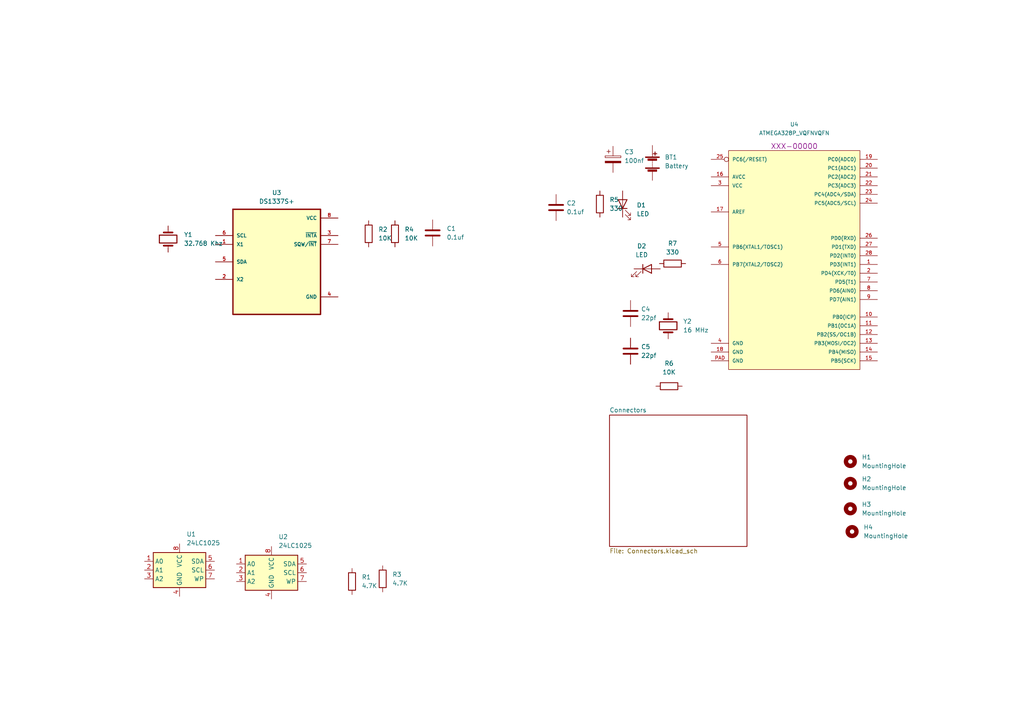
<source format=kicad_sch>
(kicad_sch (version 20211123) (generator eeschema)
  (paper "A4")
  (title_block (title "&(project_name)") (date "2022-07-29") (rev "1"))
  (lib_symbols
    (symbol "DS1337S_:DS1337S+" (pin_names (offset 1.016))
      (property "Reference" "U" (at -12.7 16.2306 0))
      (property "Value" "DS1337S+" (at -12.7 -19.2278 0))
      (symbol "DS1337S+_0_0"
        (rectangle (start -12.7 -15.24) (end 12.7 15.24) (stroke (width 0.4064)) (fill (type background)))
        (pin input line (at -17.78 5.08 0) (length 5.08) (name "X1") (number "1"))
        (pin bidirectional line (at -17.78 -5.08 0) (length 5.08) (name "X2") (number "2"))
        (pin output line (at 17.78 7.62 180) (length 5.08) (name "~{INTA}") (number "3"))
        (pin power_in line (at 17.78 -10.16 180) (length 5.08) (name "GND") (number "4"))
        (pin bidirectional line (at -17.78 0 0) (length 5.08) (name "SDA") (number "5"))
        (pin input line (at -17.78 7.62 0) (length 5.08) (name "SCL") (number "6"))
        (pin output line (at 17.78 5.08 180) (length 5.08) (name "SQW/~{INT}") (number "7"))
        (pin power_in line (at 17.78 12.7 180) (length 5.08) (name "VCC") (number "8"))
      )
    )
    (symbol "Device:Battery" (pin_numbers hide) (pin_names (offset 0) hide)
      (property "Reference" "BT" (at 2.54 2.54 0))
      (property "Value" "Battery" (at 2.54 0 0))
      (symbol "Battery_0_1"
        (rectangle (start -2.032 -1.397) (end 2.032 -1.651) (fill (type outline)))
        (rectangle (start -2.032 1.778) (end 2.032 1.524) (fill (type outline)))
        (rectangle (start -1.3208 -1.9812) (end 1.27 -2.4892) (fill (type outline)))
        (rectangle (start -1.3208 1.1938) (end 1.27 0.6858) (fill (type outline)))
        (polyline (pts (xy 0 -1.524) (xy 0 -1.27)))
        (polyline (pts (xy 0 -1.016) (xy 0 -0.762)))
        (polyline (pts (xy 0 -0.508) (xy 0 -0.254)))
        (polyline (pts (xy 0 0) (xy 0 0.254)))
        (polyline (pts (xy 0 0.508) (xy 0 0.762)))
        (polyline (pts (xy 0 1.778) (xy 0 2.54)))
        (polyline (pts (xy 0.254 2.667) (xy 1.27 2.667)) (stroke (width 0.254)))
        (polyline (pts (xy 0.762 3.175) (xy 0.762 2.159)) (stroke (width 0.254)))
      )
      (symbol "Battery_1_1"
        (pin passive line (at 0 5.08 270) (length 2.54) (name "+") (number "1"))
        (pin passive line (at 0 -5.08 90) (length 2.54) (name "-") (number "2"))
      )
    )
    (symbol "Device:C" (pin_numbers hide) (pin_names (offset 0.254))
      (property "Reference" "C" (at 0.635 2.54 0))
      (property "Value" "C" (at 0.635 -2.54 0))
      (symbol "C_0_1"
        (polyline (pts (xy -2.032 -0.762) (xy 2.032 -0.762)) (stroke (width 0.508)))
        (polyline (pts (xy -2.032 0.762) (xy 2.032 0.762)) (stroke (width 0.508)))
      )
      (symbol "C_1_1"
        (pin passive line (at 0 3.81 270) (length 2.794) (name "~") (number "1"))
        (pin passive line (at 0 -3.81 90) (length 2.794) (name "~") (number "2"))
      )
    )
    (symbol "Device:C_Polarized" (pin_numbers hide) (pin_names (offset 0.254))
      (property "Reference" "C" (at 0.635 2.54 0))
      (property "Value" "C_Polarized" (at 0.635 -2.54 0))
      (symbol "C_Polarized_0_1"
        (rectangle (start -2.286 0.508) (end 2.286 1.016))
        (polyline (pts (xy -1.778 2.286) (xy -0.762 2.286)))
        (polyline (pts (xy -1.27 2.794) (xy -1.27 1.778)))
        (rectangle (start 2.286 -0.508) (end -2.286 -1.016) (fill (type outline)))
      )
      (symbol "C_Polarized_1_1"
        (pin passive line (at 0 3.81 270) (length 2.794) (name "~") (number "1"))
        (pin passive line (at 0 -3.81 90) (length 2.794) (name "~") (number "2"))
      )
    )
    (symbol "Device:Crystal" (pin_numbers hide) (pin_names (offset 1.016) hide)
      (property "Reference" "Y" (at 0 3.81 0))
      (property "Value" "Crystal" (at 0 -3.81 0))
      (symbol "Crystal_0_1"
        (rectangle (start -1.143 2.54) (end 1.143 -2.54) (stroke (width 0.3048)))
        (polyline (pts (xy -2.54 0) (xy -1.905 0)))
        (polyline (pts (xy -1.905 -1.27) (xy -1.905 1.27)) (stroke (width 0.508)))
        (polyline (pts (xy 1.905 -1.27) (xy 1.905 1.27)) (stroke (width 0.508)))
        (polyline (pts (xy 2.54 0) (xy 1.905 0)))
      )
      (symbol "Crystal_1_1"
        (pin passive line (at -3.81 0 0) (length 1.27) (name "1") (number "1"))
        (pin passive line (at 3.81 0 180) (length 1.27) (name "2") (number "2"))
      )
    )
    (symbol "Device:LED" (pin_numbers hide) (pin_names (offset 1.016) hide)
      (property "Reference" "D" (at 0 2.54 0))
      (property "Value" "LED" (at 0 -2.54 0))
      (symbol "LED_0_1"
        (polyline (pts (xy -1.27 -1.27) (xy -1.27 1.27)) (stroke (width 0.254)))
        (polyline (pts (xy -1.27 0) (xy 1.27 0)))
        (polyline (pts (xy 1.27 -1.27) (xy 1.27 1.27) (xy -1.27 0) (xy 1.27 -1.27)) (stroke (width 0.254)))
        (polyline (pts (xy -3.048 -0.762) (xy -4.572 -2.286) (xy -3.81 -2.286) (xy -4.572 -2.286) (xy -4.572 -1.524)))
        (polyline (pts (xy -1.778 -0.762) (xy -3.302 -2.286) (xy -2.54 -2.286) (xy -3.302 -2.286) (xy -3.302 -1.524)))
      )
      (symbol "LED_1_1"
        (pin passive line (at -3.81 0 0) (length 2.54) (name "K") (number "1"))
        (pin passive line (at 3.81 0 180) (length 2.54) (name "A") (number "2"))
      )
    )
    (symbol "Device:R" (pin_numbers hide) (pin_names (offset 0))
      (property "Reference" "R" (at 2.032 0 90))
      (property "Value" "R" (at 0 0 90))
      (symbol "R_0_1"
        (rectangle (start -1.016 -2.54) (end 1.016 2.54) (stroke (width 0.254)))
      )
      (symbol "R_1_1"
        (pin passive line (at 0 3.81 270) (length 1.27) (name "~") (number "1"))
        (pin passive line (at 0 -3.81 90) (length 1.27) (name "~") (number "2"))
      )
    )
    (symbol "Mechanical:MountingHole" (pin_names (offset 1.016))
      (property "Reference" "H" (at 0 5.08 0))
      (property "Value" "MountingHole" (at 0 3.175 0))
      (symbol "MountingHole_0_1"
        (circle (center 0 0) (radius 1.27) (stroke (width 1.27)))
      )
    )
    (symbol "Memory_EEPROM:24LC1025"
      (property "Reference" "U" (at -6.35 6.35 0))
      (property "Value" "24LC1025" (at 1.27 6.35 0))
      (symbol "24LC1025_1_1"
        (rectangle (start -7.62 5.08) (end 7.62 -5.08) (stroke (width 0.254)) (fill (type background)))
        (pin input line (at -10.16 2.54 0) (length 2.54) (name "A0") (number "1"))
        (pin input line (at -10.16 0 0) (length 2.54) (name "A1") (number "2"))
        (pin input line (at -10.16 -2.54 0) (length 2.54) (name "A2") (number "3"))
        (pin power_in line (at 0 -7.62 90) (length 2.54) (name "GND") (number "4"))
        (pin bidirectional line (at 10.16 2.54 180) (length 2.54) (name "SDA") (number "5"))
        (pin input line (at 10.16 0 180) (length 2.54) (name "SCL") (number "6"))
        (pin input line (at 10.16 -2.54 180) (length 2.54) (name "WP") (number "7"))
        (pin power_in line (at 0 7.62 270) (length 2.54) (name "VCC") (number "8"))
      )
    )
    (symbol "SparkFun-IC-Microcontroller:ATMEGA328P_VQFNVQFN" (pin_names (offset 1.016))
      (property "Reference" "U" (at -19.05 33.02 0))
      (property "Value" "ATMEGA328P_VQFNVQFN" (at -19.05 -34.29 0))
      (property "Field4" "XXX-00000" (at 0 35.56 0))
      (symbol "ATMEGA328P_VQFNVQFN_1_1"
        (polyline (pts (xy -19.05 31.75) (xy 19.05 31.75) (xy 19.05 -31.75) (xy -19.05 -31.75) (xy -19.05 31.75)) (fill (type background)))
        (pin bidirectional line (at 24.13 -1.27 180) (length 5.08) (name "PD3(INT1)") (number "1"))
        (pin bidirectional line (at 24.13 -16.51 180) (length 5.08) (name "PB0(ICP)") (number "10"))
        (pin bidirectional line (at 24.13 -19.05 180) (length 5.08) (name "PB1(OC1A)") (number "11"))
        (pin bidirectional line (at 24.13 -21.59 180) (length 5.08) (name "PB2(SS/OC1B)") (number "12"))
        (pin bidirectional line (at 24.13 -24.13 180) (length 5.08) (name "PB3(MOSI/OC2)") (number "13"))
        (pin bidirectional line (at 24.13 -26.67 180) (length 5.08) (name "PB4(MISO)") (number "14"))
        (pin bidirectional line (at 24.13 -29.21 180) (length 5.08) (name "PB5(SCK)") (number "15"))
        (pin bidirectional line (at -24.13 24.13 0) (length 5.08) (name "AVCC") (number "16"))
        (pin bidirectional line (at -24.13 13.97 0) (length 5.08) (name "AREF") (number "17"))
        (pin bidirectional line (at -24.13 -26.67 0) (length 5.08) (name "GND") (number "18"))
        (pin bidirectional line (at 24.13 29.21 180) (length 5.08) (name "PC0(ADC0)") (number "19"))
        (pin bidirectional line (at 24.13 -3.81 180) (length 5.08) (name "PD4(XCK/T0)") (number "2"))
        (pin bidirectional line (at 24.13 26.67 180) (length 5.08) (name "PC1(ADC1)") (number "20"))
        (pin bidirectional line (at 24.13 24.13 180) (length 5.08) (name "PC2(ADC2)") (number "21"))
        (pin bidirectional line (at 24.13 21.59 180) (length 5.08) (name "PC3(ADC3)") (number "22"))
        (pin bidirectional line (at 24.13 19.05 180) (length 5.08) (name "PC4(ADC4/SDA)") (number "23"))
        (pin bidirectional line (at 24.13 16.51 180) (length 5.08) (name "PC5(ADC5/SCL)") (number "24"))
        (pin bidirectional inverted (at -24.13 29.21 0) (length 5.08) (name "PC6(/RESET)") (number "25"))
        (pin bidirectional line (at 24.13 6.35 180) (length 5.08) (name "PD0(RXD)") (number "26"))
        (pin bidirectional line (at 24.13 3.81 180) (length 5.08) (name "PD1(TXD)") (number "27"))
        (pin bidirectional line (at 24.13 1.27 180) (length 5.08) (name "PD2(INT0)") (number "28"))
        (pin bidirectional line (at -24.13 21.59 0) (length 5.08) (name "VCC") (number "3"))
        (pin bidirectional line (at -24.13 -24.13 0) (length 5.08) (name "GND") (number "4"))
        (pin bidirectional line (at -24.13 3.81 0) (length 5.08) (name "PB6(XTAL1/TOSC1)") (number "5"))
        (pin bidirectional line (at -24.13 -1.27 0) (length 5.08) (name "PB7(XTAL2/TOSC2)") (number "6"))
        (pin bidirectional line (at 24.13 -6.35 180) (length 5.08) (name "PD5(T1)") (number "7"))
        (pin bidirectional line (at 24.13 -8.89 180) (length 5.08) (name "PD6(AIN0)") (number "8"))
        (pin bidirectional line (at 24.13 -11.43 180) (length 5.08) (name "PD7(AIN1)") (number "9"))
        (pin bidirectional line (at -24.13 -29.21 0) (length 5.08) (name "GND") (number "PAD"))
      )
    )
  )
  (symbol (lib_id "Device:LED") (at 180.594 59.182 90) (unit 1)
    (property "Reference" "D1" (at 184.658 59.4994 90) (effects (justify right)))
    (property "Value" "LED" (at 184.658 62.0394 90) (effects (justify right)))
  )
  (symbol (lib_id "DS1337S_:DS1337S+") (at 80.264 75.946 0) (unit 1)
    (property "Reference" "U3" (at 80.264 55.88 0))
    (property "Value" "DS1337S+" (at 80.264 58.42 0))
    (property "Footprint" "SOIC127P600X175-8N" (effects hide))
  )
  (symbol (lib_id "Device:C") (at 182.88 101.854 0) (unit 1)
    (property "Reference" "C5" (at 185.928 100.5839 0) (effects (justify left)))
    (property "Value" "22pf" (at 185.928 103.1239 0) (effects (justify left)))
  )
  (symbol (lib_id "Memory_EEPROM:24LC1025") (at 78.74 166.116 0) (unit 1)
    (property "Reference" "U2" (at 80.7594 155.702 0) (effects (justify left)))
    (property "Value" "24LC1025" (at 80.7594 158.242 0) (effects (justify left)))
    (property "Datasheet" "http://ww1.microchip.com/downloads/en/DeviceDoc/21941B.pdf" (effects hide))
  )
  (symbol (lib_id "Device:R") (at 194.056 112.014 90) (unit 1)
    (property "Reference" "R6" (at 194.056 105.41 90))
    (property "Value" "10K" (at 194.056 107.95 90))
  )
  (symbol (lib_id "Mechanical:MountingHole") (at 247.142 154.178 0) (unit 1)
    (property "Reference" "H4" (at 250.444 152.9079 0) (effects (justify left)))
    (property "Value" "MountingHole" (at 250.444 155.4479 0) (effects (justify left)))
  )
  (symbol (lib_id "Device:C_Polarized") (at 177.8 46.228 0) (unit 1)
    (property "Reference" "C3" (at 181.102 44.0689 0) (effects (justify left)))
    (property "Value" "100nf" (at 181.102 46.6089 0) (effects (justify left)))
  )
  (symbol (lib_id "Device:Crystal") (at 48.768 69.342 90) (unit 1)
    (property "Reference" "Y1" (at 53.34 68.0719 90) (effects (justify right)))
    (property "Value" "32.768 Khz" (at 53.34 70.6119 90) (effects (justify right)))
  )
  (symbol (lib_id "Memory_EEPROM:24LC1025") (at 52.07 165.354 0) (unit 1)
    (property "Reference" "U1" (at 54.0894 154.94 0) (effects (justify left)))
    (property "Value" "24LC1025" (at 54.0894 157.48 0) (effects (justify left)))
    (property "Datasheet" "http://ww1.microchip.com/downloads/en/DeviceDoc/21941B.pdf" (effects hide))
  )
  (symbol (lib_id "Mechanical:MountingHole") (at 246.634 133.858 0) (unit 1)
    (property "Reference" "H1" (at 249.936 132.5879 0) (effects (justify left)))
    (property "Value" "MountingHole" (at 249.936 135.1279 0) (effects (justify left)))
  )
  (symbol (lib_id "Device:R") (at 114.554 67.818 0) (unit 1)
    (property "Reference" "R4" (at 117.348 66.5479 0) (effects (justify left)))
    (property "Value" "10K" (at 117.348 69.0879 0) (effects (justify left)))
  )
  (symbol (lib_id "Device:R") (at 195.072 76.454 90) (unit 1)
    (property "Reference" "R7" (at 195.072 70.612 90))
    (property "Value" "330" (at 195.072 73.152 90))
  )
  (symbol (lib_id "Device:R") (at 110.998 167.894 0) (unit 1)
    (property "Reference" "R3" (at 113.792 166.6239 0) (effects (justify left)))
    (property "Value" "4.7K" (at 113.792 169.1639 0) (effects (justify left)))
  )
  (symbol (lib_id "Device:LED") (at 187.706 77.978 0) (unit 1)
    (property "Reference" "D2" (at 186.1185 71.374 0))
    (property "Value" "LED" (at 186.1185 73.914 0))
  )
  (symbol (lib_id "SparkFun-IC-Microcontroller:ATMEGA328P_VQFNVQFN") (at 230.378 75.438 0) (unit 1)
    (property "Reference" "U4" (at 230.378 36.068 0) (effects (font (size 1.143 1.143))))
    (property "Value" "ATMEGA328P_VQFNVQFN" (at 230.378 38.608 0) (effects (font (size 1.143 1.143))))
    (property "Footprint" "VQFN-28" (effects hide))
    (property "Field4" "XXX-00000" (at 230.378 42.418 0) (effects (font (size 1.524 1.524))))
  )
  (symbol (lib_id "Mechanical:MountingHole") (at 246.634 147.574 0) (unit 1)
    (property "Reference" "H3" (at 249.936 146.3039 0) (effects (justify left)))
    (property "Value" "MountingHole" (at 249.936 148.8439 0) (effects (justify left)))
  )
  (symbol (lib_id "Device:R") (at 102.108 168.656 0) (unit 1)
    (property "Reference" "R1" (at 104.902 167.3859 0) (effects (justify left)))
    (property "Value" "4.7K" (at 104.902 169.9259 0) (effects (justify left)))
  )
  (symbol (lib_id "Device:C") (at 125.476 67.564 0) (unit 1)
    (property "Reference" "C1" (at 129.54 66.2939 0) (effects (justify left)))
    (property "Value" "0.1uf" (at 129.54 68.8339 0) (effects (justify left)))
  )
  (symbol (lib_id "Device:C") (at 161.29 60.198 0) (unit 1)
    (property "Reference" "C2" (at 164.338 58.9279 0) (effects (justify left)))
    (property "Value" "0.1uf" (at 164.338 61.4679 0) (effects (justify left)))
  )
  (symbol (lib_id "Device:Battery") (at 189.23 47.244 0) (unit 1)
    (property "Reference" "BT1" (at 192.786 45.5929 0) (effects (justify left)))
    (property "Value" "Battery" (at 192.786 48.1329 0) (effects (justify left)))
  )
  (symbol (lib_id "Device:R") (at 106.934 67.818 0) (unit 1)
    (property "Reference" "R2" (at 109.728 66.5479 0) (effects (justify left)))
    (property "Value" "10K" (at 109.728 69.0879 0) (effects (justify left)))
  )
  (symbol (lib_id "Device:C") (at 182.88 90.932 0) (unit 1)
    (property "Reference" "C4" (at 185.928 89.6619 0) (effects (justify left)))
    (property "Value" "22pf" (at 185.928 92.2019 0) (effects (justify left)))
  )
  (symbol (lib_id "Mechanical:MountingHole") (at 246.634 140.208 0) (unit 1)
    (property "Reference" "H2" (at 249.936 138.9379 0) (effects (justify left)))
    (property "Value" "MountingHole" (at 249.936 141.4779 0) (effects (justify left)))
  )
  (symbol (lib_id "Device:R") (at 173.99 59.182 0) (unit 1)
    (property "Reference" "R5" (at 176.784 57.9119 0) (effects (justify left)))
    (property "Value" "330" (at 176.784 60.4519 0) (effects (justify left)))
  )
  (symbol (lib_id "Device:Crystal") (at 193.802 94.488 90) (unit 1)
    (property "Reference" "Y2" (at 198.12 93.2179 90) (effects (justify right)))
    (property "Value" "16 MHz" (at 198.12 95.7579 90) (effects (justify right)))
  )
  (sheet (at 176.784 120.396) (size 39.878 38.1) (stroke (width 0.1524))
    (property "Sheet name" "Connectors" (at 176.784 119.6844 0) (effects (justify left bottom)))
    (property "Sheet file" "Connectors.kicad_sch" (at 176.784 159.0806 0) (effects (justify left top)))
  )
)
</source>
